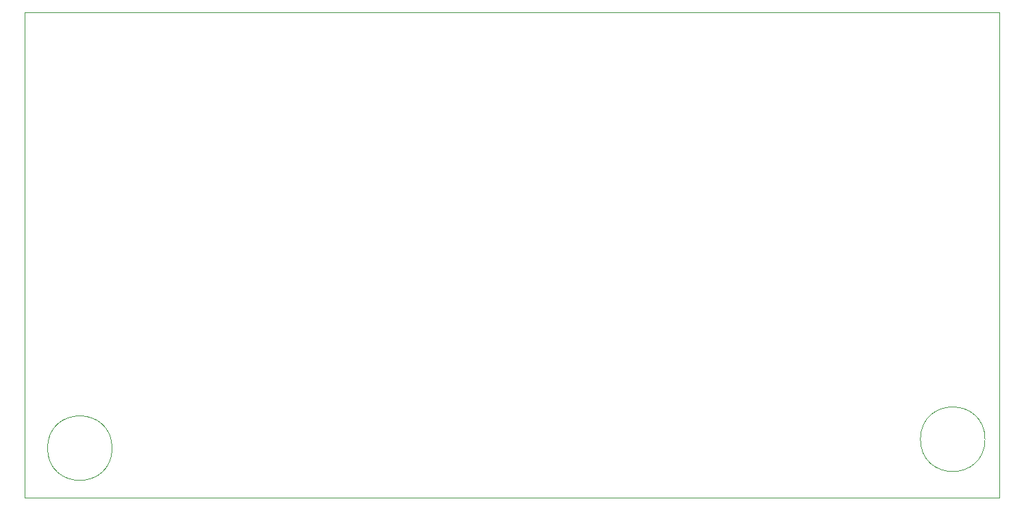
<source format=gbr>
%TF.GenerationSoftware,KiCad,Pcbnew,7.0.9*%
%TF.CreationDate,2024-06-30T00:12:16-04:00*%
%TF.ProjectId,Loop Board 3 Jackless Output,4c6f6f70-2042-46f6-9172-642033204a61,rev?*%
%TF.SameCoordinates,Original*%
%TF.FileFunction,Profile,NP*%
%FSLAX46Y46*%
G04 Gerber Fmt 4.6, Leading zero omitted, Abs format (unit mm)*
G04 Created by KiCad (PCBNEW 7.0.9) date 2024-06-30 00:12:16*
%MOMM*%
%LPD*%
G01*
G04 APERTURE LIST*
%TA.AperFunction,Profile*%
%ADD10C,0.100000*%
%TD*%
G04 APERTURE END LIST*
D10*
X131792493Y-91900000D02*
G75*
G03*
X131792493Y-91900000I-3992493J0D01*
G01*
X239692493Y-90800000D02*
G75*
G03*
X239692493Y-90800000I-3992493J0D01*
G01*
X121000000Y-38000000D02*
X241500000Y-38000000D01*
X241500000Y-98000000D01*
X121000000Y-98000000D01*
X121000000Y-38000000D01*
M02*

</source>
